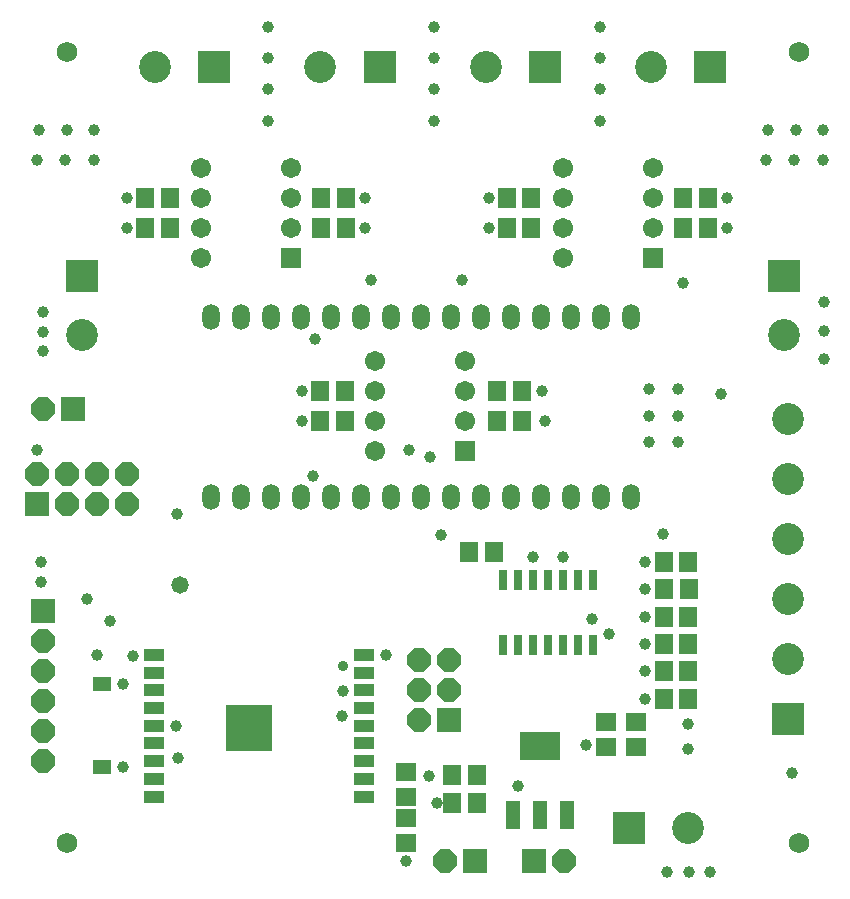
<source format=gts>
G04*
G04 #@! TF.GenerationSoftware,Altium Limited,Altium Designer,18.1.8 (232)*
G04*
G04 Layer_Color=8388736*
%FSLAX43Y43*%
%MOMM*%
G71*
G01*
G75*
%ADD26R,4.013X4.013*%
%ADD27R,1.688X1.103*%
%ADD28R,1.603X1.203*%
%ADD29R,1.503X1.703*%
%ADD30R,1.703X1.503*%
%ADD31R,0.803X1.653*%
%ADD32R,3.453X2.353*%
%ADD33R,1.203X2.353*%
%ADD34O,1.473X2.203*%
%ADD35P,2.168X8X22.5*%
%ADD36R,2.003X2.003*%
G04:AMPARAMS|DCode=37|XSize=2.003mm|YSize=2.003mm|CornerRadius=0mm|HoleSize=0mm|Usage=FLASHONLY|Rotation=0.000|XOffset=0mm|YOffset=0mm|HoleType=Round|Shape=RoundedRectangle|*
%AMROUNDEDRECTD37*
21,1,2.003,2.003,0,0,0.0*
21,1,2.003,2.003,0,0,0.0*
1,1,0.000,1.002,-1.002*
1,1,0.000,-1.002,-1.002*
1,1,0.000,-1.002,1.002*
1,1,0.000,1.002,1.002*
%
%ADD37ROUNDEDRECTD37*%
G04:AMPARAMS|DCode=38|XSize=2.003mm|YSize=2.003mm|CornerRadius=0mm|HoleSize=0mm|Usage=FLASHONLY|Rotation=90.000|XOffset=0mm|YOffset=0mm|HoleType=Round|Shape=RoundedRectangle|*
%AMROUNDEDRECTD38*
21,1,2.003,2.003,0,0,90.0*
21,1,2.003,2.003,0,0,90.0*
1,1,0.000,1.002,1.002*
1,1,0.000,1.002,-1.002*
1,1,0.000,-1.002,-1.002*
1,1,0.000,-1.002,1.002*
%
%ADD38ROUNDEDRECTD38*%
%ADD39P,2.168X8X112.5*%
%ADD40R,2.003X2.003*%
%ADD41C,1.703*%
%ADD42R,1.703X1.703*%
%ADD43C,1.727*%
%ADD44C,2.703*%
%ADD45R,2.703X2.703*%
%ADD46R,2.703X2.703*%
%ADD47C,1.003*%
%ADD48C,1.473*%
%ADD49C,0.903*%
D26*
X19418Y13740D02*
D03*
D27*
X11415Y7951D02*
D03*
Y9451D02*
D03*
Y10951D02*
D03*
Y12451D02*
D03*
Y13951D02*
D03*
Y15451D02*
D03*
Y16951D02*
D03*
Y18451D02*
D03*
Y19951D02*
D03*
X29200D02*
D03*
Y18451D02*
D03*
Y16951D02*
D03*
Y15451D02*
D03*
Y13951D02*
D03*
Y12451D02*
D03*
Y10951D02*
D03*
Y9451D02*
D03*
Y7951D02*
D03*
D28*
X7000Y17500D02*
D03*
Y10500D02*
D03*
D29*
X12740Y56120D02*
D03*
X10640D02*
D03*
X12740Y58650D02*
D03*
X10640D02*
D03*
X25580Y56120D02*
D03*
X27680D02*
D03*
X25580Y58650D02*
D03*
X27680D02*
D03*
X27580Y39747D02*
D03*
X25480D02*
D03*
X27580Y42284D02*
D03*
X25480D02*
D03*
X40450Y39750D02*
D03*
X42550D02*
D03*
X40450Y42284D02*
D03*
X42550D02*
D03*
X43360Y56120D02*
D03*
X41260D02*
D03*
X43360Y58650D02*
D03*
X41260D02*
D03*
X56220Y56120D02*
D03*
X58320D02*
D03*
X56220Y58650D02*
D03*
X58320D02*
D03*
X56650Y23180D02*
D03*
X54550D02*
D03*
X56653Y25490D02*
D03*
X54553D02*
D03*
X56650Y27800D02*
D03*
X54550D02*
D03*
X56650Y16250D02*
D03*
X54550D02*
D03*
X56650Y18560D02*
D03*
X54550D02*
D03*
X56650Y20870D02*
D03*
X54550D02*
D03*
X38050Y28700D02*
D03*
X40150D02*
D03*
X36650Y7372D02*
D03*
X38750D02*
D03*
X36650Y9781D02*
D03*
X38750D02*
D03*
D30*
X32700Y7908D02*
D03*
Y10008D02*
D03*
Y6150D02*
D03*
Y4050D02*
D03*
X49700Y14250D02*
D03*
Y12150D02*
D03*
X52200Y14250D02*
D03*
Y12150D02*
D03*
D31*
X48560Y26270D02*
D03*
X47290D02*
D03*
X46020D02*
D03*
X44750D02*
D03*
X43480D02*
D03*
X42210D02*
D03*
X40940D02*
D03*
X48560Y20820D02*
D03*
X47290D02*
D03*
X46020D02*
D03*
X44750D02*
D03*
X43480D02*
D03*
X42210D02*
D03*
X40940D02*
D03*
D32*
X44100Y12225D02*
D03*
D33*
X46400Y6375D02*
D03*
X44100D02*
D03*
X41800D02*
D03*
D34*
X16220Y33280D02*
D03*
X18760D02*
D03*
X21300D02*
D03*
X23840D02*
D03*
X26380D02*
D03*
X28920D02*
D03*
X31460D02*
D03*
X34000D02*
D03*
X36540D02*
D03*
X39080D02*
D03*
X41620D02*
D03*
X44160D02*
D03*
X16220Y48520D02*
D03*
X18760D02*
D03*
X21300D02*
D03*
X36540D02*
D03*
X39080D02*
D03*
X41620D02*
D03*
X44160D02*
D03*
X51780D02*
D03*
Y33280D02*
D03*
X49240D02*
D03*
X46700D02*
D03*
X49240Y48520D02*
D03*
X46700D02*
D03*
X23840D02*
D03*
X34000D02*
D03*
X31460D02*
D03*
X28920D02*
D03*
X26380D02*
D03*
D35*
X2000Y10950D02*
D03*
Y13490D02*
D03*
Y16030D02*
D03*
Y18570D02*
D03*
Y21110D02*
D03*
X9110Y35270D02*
D03*
Y32730D02*
D03*
X6570Y35270D02*
D03*
Y32730D02*
D03*
X4030Y35270D02*
D03*
Y32730D02*
D03*
X1490Y35270D02*
D03*
D36*
X2000Y23650D02*
D03*
D37*
X1490Y32730D02*
D03*
D38*
X36340Y14460D02*
D03*
D39*
X33800D02*
D03*
X36340Y17000D02*
D03*
X33800D02*
D03*
X36340Y19540D02*
D03*
X33800D02*
D03*
X36030Y2500D02*
D03*
X2000Y40750D02*
D03*
X46070Y2500D02*
D03*
D40*
X38570D02*
D03*
X4540Y40750D02*
D03*
X43530Y2500D02*
D03*
D41*
X15350Y61200D02*
D03*
Y58660D02*
D03*
Y56120D02*
D03*
Y53580D02*
D03*
X22970Y61200D02*
D03*
Y58660D02*
D03*
Y56120D02*
D03*
X30120Y44830D02*
D03*
Y42290D02*
D03*
Y39750D02*
D03*
Y37210D02*
D03*
X37740Y44830D02*
D03*
Y42290D02*
D03*
Y39750D02*
D03*
X45990Y61200D02*
D03*
Y58660D02*
D03*
Y56120D02*
D03*
Y53580D02*
D03*
X53610Y61200D02*
D03*
Y58660D02*
D03*
Y56120D02*
D03*
D42*
X22970Y53580D02*
D03*
X37740Y37210D02*
D03*
X53610Y53580D02*
D03*
D43*
X4000Y71000D02*
D03*
X66000D02*
D03*
Y4000D02*
D03*
X4000D02*
D03*
D44*
X11493Y69700D02*
D03*
X25490D02*
D03*
X5300Y47013D02*
D03*
X64719D02*
D03*
X39488Y69700D02*
D03*
X53485D02*
D03*
X65100Y19580D02*
D03*
Y24660D02*
D03*
Y29740D02*
D03*
Y34820D02*
D03*
Y39900D02*
D03*
X56607Y5300D02*
D03*
D45*
X16507Y69700D02*
D03*
X30505D02*
D03*
X44502D02*
D03*
X58500D02*
D03*
X65100Y14500D02*
D03*
X51593Y5300D02*
D03*
D46*
X5300Y52027D02*
D03*
X64719D02*
D03*
D47*
X35400Y7380D02*
D03*
X47990Y12300D02*
D03*
X52985Y27800D02*
D03*
X49900Y21700D02*
D03*
X56607Y12000D02*
D03*
X65395Y9949D02*
D03*
X54800Y1600D02*
D03*
X56653D02*
D03*
X58500D02*
D03*
X31000Y19940D02*
D03*
X8750Y17500D02*
D03*
X24900Y35118D02*
D03*
X54500Y30200D02*
D03*
X56607Y14100D02*
D03*
X55750Y37966D02*
D03*
X53300D02*
D03*
X55750Y40210D02*
D03*
X53300D02*
D03*
Y42440D02*
D03*
X55750D02*
D03*
X25054Y46700D02*
D03*
X5760Y24700D02*
D03*
X68100Y49830D02*
D03*
Y47416D02*
D03*
Y45002D02*
D03*
X63390Y64410D02*
D03*
X65730D02*
D03*
X68070D02*
D03*
X63210Y61860D02*
D03*
X65624D02*
D03*
X68038D02*
D03*
X49170Y65190D02*
D03*
Y67830D02*
D03*
Y70470D02*
D03*
Y73110D02*
D03*
X35110Y65190D02*
D03*
Y67830D02*
D03*
Y70470D02*
D03*
Y73110D02*
D03*
X21040Y65190D02*
D03*
Y67830D02*
D03*
Y70470D02*
D03*
Y73110D02*
D03*
X6318Y61870D02*
D03*
X3904D02*
D03*
X1490D02*
D03*
X6350Y64420D02*
D03*
X4010D02*
D03*
X1670D02*
D03*
X2020Y45660D02*
D03*
Y47325D02*
D03*
Y48990D02*
D03*
X13380Y31850D02*
D03*
X1510Y37280D02*
D03*
X1800Y26140D02*
D03*
X1860Y27800D02*
D03*
X42200Y8852D02*
D03*
X34700Y9710D02*
D03*
X32720Y2520D02*
D03*
X35678Y30100D02*
D03*
X48480Y22950D02*
D03*
X46020Y28200D02*
D03*
X43480D02*
D03*
X59390Y42000D02*
D03*
X56220Y51450D02*
D03*
X37460Y51710D02*
D03*
X29750D02*
D03*
X59900Y56120D02*
D03*
Y58650D02*
D03*
X39740Y56120D02*
D03*
Y58650D02*
D03*
X9130Y56120D02*
D03*
Y58650D02*
D03*
X29250Y56120D02*
D03*
Y58650D02*
D03*
X33000Y37310D02*
D03*
X34750Y36710D02*
D03*
X23960Y39747D02*
D03*
Y42284D02*
D03*
X44502Y39750D02*
D03*
X44230Y42284D02*
D03*
X52985Y16250D02*
D03*
Y18567D02*
D03*
Y20870D02*
D03*
Y23183D02*
D03*
Y25490D02*
D03*
X6560Y19940D02*
D03*
X7650Y22790D02*
D03*
X13400Y11250D02*
D03*
X9600Y19900D02*
D03*
X13280Y13900D02*
D03*
X8750Y10500D02*
D03*
X27350Y14800D02*
D03*
X27370Y16900D02*
D03*
D48*
X20400Y14657D02*
D03*
X18400D02*
D03*
X13580Y25880D02*
D03*
D49*
X27370Y19000D02*
D03*
M02*

</source>
